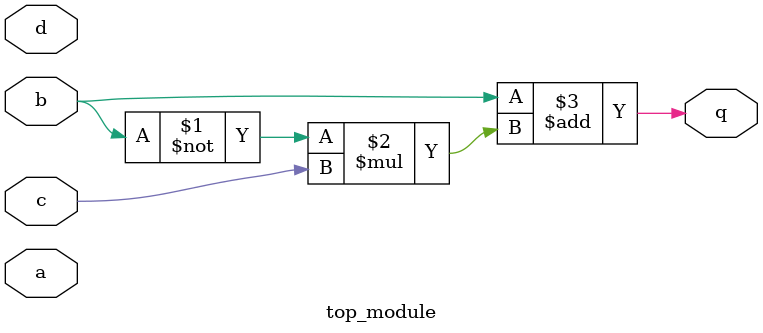
<source format=v>
module top_module (
    input a,
    input b,
    input c,
    input d,
    output q );//

    assign q = b + (~b)*c; // Fix me

endmodule

</source>
